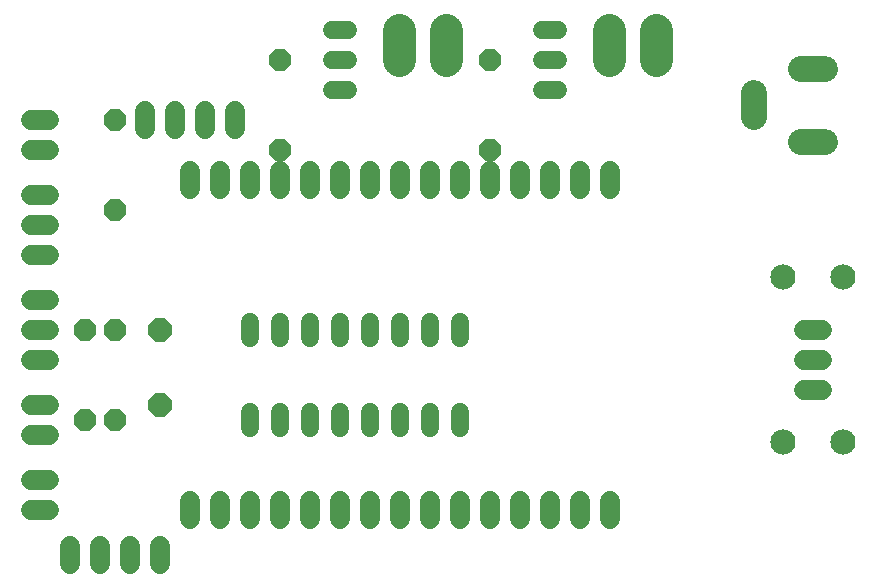
<source format=gbr>
G04 EAGLE Gerber RS-274X export*
G75*
%MOMM*%
%FSLAX34Y34*%
%LPD*%
%INSoldermask Top*%
%IPPOS*%
%AMOC8*
5,1,8,0,0,1.08239X$1,22.5*%
G01*
%ADD10C,1.711200*%
%ADD11C,1.524000*%
%ADD12C,2.235200*%
%ADD13P,2.034460X8X292.500000*%
%ADD14C,1.727200*%
%ADD15C,2.133600*%
%ADD16P,2.034460X8X112.500000*%
%ADD17C,2.753200*%
%ADD18P,2.144431X8X22.500000*%


D10*
X-584200Y-452040D02*
X-584200Y-436960D01*
X-558800Y-436960D02*
X-558800Y-452040D01*
X-533400Y-452040D02*
X-533400Y-436960D01*
X-508000Y-436960D02*
X-508000Y-452040D01*
X-482600Y-452040D02*
X-482600Y-436960D01*
X-457200Y-436960D02*
X-457200Y-452040D01*
X-431800Y-452040D02*
X-431800Y-436960D01*
X-406400Y-436960D02*
X-406400Y-452040D01*
X-381000Y-452040D02*
X-381000Y-436960D01*
X-355600Y-436960D02*
X-355600Y-452040D01*
X-330200Y-452040D02*
X-330200Y-436960D01*
X-304800Y-436960D02*
X-304800Y-452040D01*
X-279400Y-452040D02*
X-279400Y-436960D01*
X-254000Y-436960D02*
X-254000Y-452040D01*
X-228600Y-452040D02*
X-228600Y-436960D01*
X-584200Y-172640D02*
X-584200Y-157560D01*
X-558800Y-157560D02*
X-558800Y-172640D01*
X-533400Y-172640D02*
X-533400Y-157560D01*
X-508000Y-157560D02*
X-508000Y-172640D01*
X-482600Y-172640D02*
X-482600Y-157560D01*
X-457200Y-157560D02*
X-457200Y-172640D01*
X-431800Y-172640D02*
X-431800Y-157560D01*
X-406400Y-157560D02*
X-406400Y-172640D01*
X-381000Y-172640D02*
X-381000Y-157560D01*
X-355600Y-157560D02*
X-355600Y-172640D01*
X-330200Y-172640D02*
X-330200Y-157560D01*
X-304800Y-157560D02*
X-304800Y-172640D01*
X-279400Y-172640D02*
X-279400Y-157560D01*
X-254000Y-157560D02*
X-254000Y-172640D01*
X-228600Y-172640D02*
X-228600Y-157560D01*
D11*
X-533400Y-361696D02*
X-533400Y-374904D01*
X-508000Y-374904D02*
X-508000Y-361696D01*
X-381000Y-361696D02*
X-381000Y-374904D01*
X-355600Y-374904D02*
X-355600Y-361696D01*
X-482600Y-361696D02*
X-482600Y-374904D01*
X-457200Y-374904D02*
X-457200Y-361696D01*
X-406400Y-361696D02*
X-406400Y-374904D01*
X-431800Y-374904D02*
X-431800Y-361696D01*
X-355600Y-298704D02*
X-355600Y-285496D01*
X-381000Y-285496D02*
X-381000Y-298704D01*
X-406400Y-298704D02*
X-406400Y-285496D01*
X-431800Y-285496D02*
X-431800Y-298704D01*
X-457200Y-298704D02*
X-457200Y-285496D01*
X-482600Y-285496D02*
X-482600Y-298704D01*
X-508000Y-298704D02*
X-508000Y-285496D01*
X-533400Y-285496D02*
X-533400Y-298704D01*
D12*
X-67310Y-71120D02*
X-46990Y-71120D01*
X-46990Y-133350D02*
X-67310Y-133350D01*
X-106680Y-111760D02*
X-106680Y-91440D01*
D13*
X-647700Y-292100D03*
X-647700Y-368300D03*
X-673100Y-292100D03*
X-673100Y-368300D03*
D14*
X-64770Y-292100D02*
X-49530Y-292100D01*
X-49530Y-317500D02*
X-64770Y-317500D01*
X-64770Y-342900D02*
X-49530Y-342900D01*
D15*
X-82550Y-247650D03*
X-31750Y-247650D03*
X-82550Y-387350D03*
X-31750Y-387350D03*
D14*
X-622300Y-121920D02*
X-622300Y-106680D01*
X-596900Y-106680D02*
X-596900Y-121920D01*
X-571500Y-121920D02*
X-571500Y-106680D01*
X-546100Y-106680D02*
X-546100Y-121920D01*
X-703580Y-317500D02*
X-718820Y-317500D01*
X-718820Y-292100D02*
X-703580Y-292100D01*
X-703580Y-266700D02*
X-718820Y-266700D01*
X-718820Y-228600D02*
X-703580Y-228600D01*
X-703580Y-203200D02*
X-718820Y-203200D01*
X-718820Y-177800D02*
X-703580Y-177800D01*
D11*
X-463804Y-88900D02*
X-450596Y-88900D01*
X-450596Y-38100D02*
X-463804Y-38100D01*
X-463804Y-63500D02*
X-450596Y-63500D01*
X-286004Y-38100D02*
X-272796Y-38100D01*
X-272796Y-88900D02*
X-286004Y-88900D01*
X-286004Y-63500D02*
X-272796Y-63500D01*
D16*
X-508000Y-139700D03*
X-508000Y-63500D03*
X-330200Y-139700D03*
X-330200Y-63500D03*
D17*
X-407150Y-63550D02*
X-407150Y-38050D01*
X-367550Y-38050D02*
X-367550Y-63550D01*
X-229350Y-63550D02*
X-229350Y-38050D01*
X-189750Y-38050D02*
X-189750Y-63550D01*
D16*
X-647700Y-190500D03*
X-647700Y-114300D03*
D14*
X-685800Y-474980D02*
X-685800Y-490220D01*
X-660400Y-490220D02*
X-660400Y-474980D01*
X-635000Y-474980D02*
X-635000Y-490220D01*
X-609600Y-490220D02*
X-609600Y-474980D01*
X-703580Y-381000D02*
X-718820Y-381000D01*
X-718820Y-355600D02*
X-703580Y-355600D01*
X-703580Y-444500D02*
X-718820Y-444500D01*
X-718820Y-419100D02*
X-703580Y-419100D01*
X-703580Y-139700D02*
X-718820Y-139700D01*
X-718820Y-114300D02*
X-703580Y-114300D01*
D18*
X-609600Y-355600D03*
X-609600Y-292100D03*
M02*

</source>
